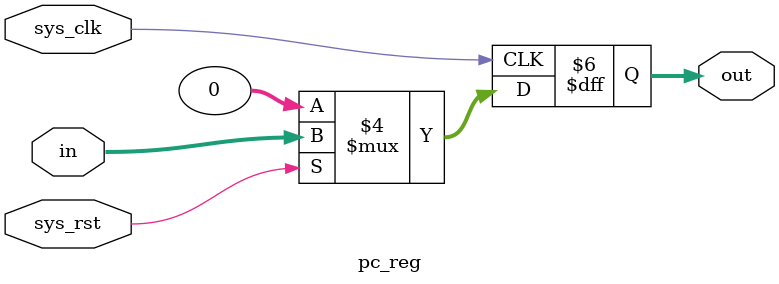
<source format=sv>
`timescale 1ns / 1ps


module pc_reg(
    input logic sys_clk,
    input logic sys_rst,
    input logic [31:0] in,

    output logic [31:0] out
    );

    always_ff @(posedge sys_clk) begin
        if(!sys_rst) out<=32'b0000_0000_0000_0000_0000_0000_0000_0000;
        else out<=in;
    end

endmodule

</source>
